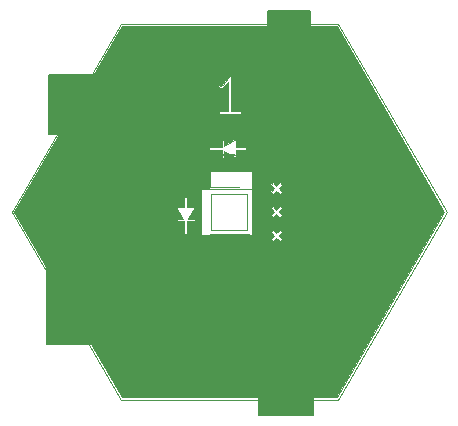
<source format=gbr>
%TF.GenerationSoftware,KiCad,Pcbnew,(6.0.8-1)-1*%
%TF.CreationDate,2022-11-30T21:42:07-05:00*%
%TF.ProjectId,Untitled,556e7469-746c-4656-942e-6b696361645f,rev?*%
%TF.SameCoordinates,Original*%
%TF.FileFunction,Legend,Top*%
%TF.FilePolarity,Positive*%
%FSLAX46Y46*%
G04 Gerber Fmt 4.6, Leading zero omitted, Abs format (unit mm)*
G04 Created by KiCad (PCBNEW (6.0.8-1)-1) date 2022-11-30 21:42:07*
%MOMM*%
%LPD*%
G01*
G04 APERTURE LIST*
%ADD10C,0.150000*%
%ADD11C,0.050000*%
%ADD12C,0.080000*%
%ADD13C,0.120000*%
G04 APERTURE END LIST*
D10*
X105500000Y-63400000D02*
X102100000Y-63400000D01*
X102100000Y-63400000D02*
X102100000Y-60000000D01*
X102100000Y-60000000D02*
X105500000Y-60000000D01*
X105500000Y-60000000D02*
X105500000Y-63400000D01*
G36*
X105500000Y-63400000D02*
G01*
X102100000Y-63400000D01*
X102100000Y-60000000D01*
X105500000Y-60000000D01*
X105500000Y-63400000D01*
G37*
X110800000Y-75200000D02*
X106300000Y-75200000D01*
X106300000Y-75200000D02*
X106300000Y-70700000D01*
X106300000Y-70700000D02*
X110800000Y-70700000D01*
X110800000Y-70700000D02*
X110800000Y-75200000D01*
G36*
X110800000Y-75200000D02*
G01*
X106300000Y-75200000D01*
X106300000Y-70700000D01*
X110800000Y-70700000D01*
X110800000Y-75200000D01*
G37*
X93500000Y-51400000D02*
X88500000Y-51400000D01*
X88500000Y-51400000D02*
X88500000Y-46400000D01*
X88500000Y-46400000D02*
X93500000Y-46400000D01*
X93500000Y-46400000D02*
X93500000Y-51400000D01*
G36*
X93500000Y-51400000D02*
G01*
X88500000Y-51400000D01*
X88500000Y-46400000D01*
X93500000Y-46400000D01*
X93500000Y-51400000D01*
G37*
X95000000Y-69200000D02*
X88300000Y-69200000D01*
X88300000Y-69200000D02*
X88300000Y-62500000D01*
X88300000Y-62500000D02*
X95000000Y-62500000D01*
X95000000Y-62500000D02*
X95000000Y-69200000D01*
G36*
X95000000Y-69200000D02*
G01*
X88300000Y-69200000D01*
X88300000Y-62500000D01*
X95000000Y-62500000D01*
X95000000Y-69200000D01*
G37*
D11*
G36*
X105650000Y-45960000D02*
G01*
X105650000Y-49750000D01*
X105900000Y-50000000D01*
X101300000Y-50000000D01*
X101300000Y-49500000D01*
X102850000Y-49500000D01*
X102850000Y-49700000D01*
X104750000Y-49700000D01*
X104750000Y-49450000D01*
X103900000Y-49450000D01*
X103900000Y-46500000D01*
X103700000Y-46500000D01*
X103600000Y-46700000D01*
X103425000Y-46975000D01*
X103175000Y-47225000D01*
X102800000Y-47425000D01*
X102875000Y-47600000D01*
X103275000Y-47400000D01*
X103575000Y-47100000D01*
X103650000Y-47000000D01*
X103650000Y-49450000D01*
X101300000Y-49450000D01*
X101315000Y-45910000D01*
X105650000Y-45960000D01*
G37*
X105650000Y-45960000D02*
X105650000Y-49750000D01*
X105900000Y-50000000D01*
X101300000Y-50000000D01*
X101300000Y-49500000D01*
X102850000Y-49500000D01*
X102850000Y-49700000D01*
X104750000Y-49700000D01*
X104750000Y-49450000D01*
X103900000Y-49450000D01*
X103900000Y-46500000D01*
X103700000Y-46500000D01*
X103600000Y-46700000D01*
X103425000Y-46975000D01*
X103175000Y-47225000D01*
X102800000Y-47425000D01*
X102875000Y-47600000D01*
X103275000Y-47400000D01*
X103575000Y-47100000D01*
X103650000Y-47000000D01*
X103650000Y-49450000D01*
X101300000Y-49450000D01*
X101315000Y-45910000D01*
X105650000Y-45960000D01*
D10*
X107000000Y-41000000D02*
X110600000Y-41000000D01*
X110600000Y-41000000D02*
X110600000Y-44600000D01*
X110600000Y-44600000D02*
X107000000Y-44600000D01*
X107000000Y-44600000D02*
X107000000Y-41000000D01*
G36*
X107000000Y-41000000D02*
G01*
X110600000Y-41000000D01*
X110600000Y-44600000D01*
X107000000Y-44600000D01*
X107000000Y-41000000D01*
G37*
%TO.C,REF\u002A\u002A*%
X102406666Y-54222380D02*
X102073333Y-53746190D01*
X101835238Y-54222380D02*
X101835238Y-53222380D01*
X102216190Y-53222380D01*
X102311428Y-53270000D01*
X102359047Y-53317619D01*
X102406666Y-53412857D01*
X102406666Y-53555714D01*
X102359047Y-53650952D01*
X102311428Y-53698571D01*
X102216190Y-53746190D01*
X101835238Y-53746190D01*
X102835238Y-53698571D02*
X103168571Y-53698571D01*
X103311428Y-54222380D02*
X102835238Y-54222380D01*
X102835238Y-53222380D01*
X103311428Y-53222380D01*
X104073333Y-53698571D02*
X103740000Y-53698571D01*
X103740000Y-54222380D02*
X103740000Y-53222380D01*
X104216190Y-53222380D01*
X104740000Y-53222380D02*
X104740000Y-53460476D01*
X104501904Y-53365238D02*
X104740000Y-53460476D01*
X104978095Y-53365238D01*
X104597142Y-53650952D02*
X104740000Y-53460476D01*
X104882857Y-53650952D01*
X105501904Y-53222380D02*
X105501904Y-53460476D01*
X105263809Y-53365238D02*
X105501904Y-53460476D01*
X105740000Y-53365238D01*
X105359047Y-53650952D02*
X105501904Y-53460476D01*
X105644761Y-53650952D01*
G36*
X106300000Y-52725000D02*
G01*
X105200000Y-52700000D01*
X105200000Y-52550000D01*
X104300000Y-52550000D01*
X104300000Y-51850000D01*
X103300000Y-52450000D01*
X103300000Y-51950000D01*
X103100000Y-51950000D01*
X103100000Y-52550000D01*
X102000000Y-52550000D01*
X102000000Y-52750000D01*
X103100000Y-52750000D01*
X103100000Y-53450000D01*
X103300000Y-53450000D01*
X103300000Y-52850000D01*
X104300000Y-53450000D01*
X104300000Y-52750000D01*
X106300000Y-52750000D01*
X106300000Y-54550000D01*
X101900000Y-54550000D01*
X101900000Y-50650000D01*
X106300000Y-50650000D01*
X106300000Y-52725000D01*
G37*
D12*
X106300000Y-52725000D02*
X105200000Y-52700000D01*
X105200000Y-52550000D01*
X104300000Y-52550000D01*
X104300000Y-51850000D01*
X103300000Y-52450000D01*
X103300000Y-51950000D01*
X103100000Y-51950000D01*
X103100000Y-52550000D01*
X102000000Y-52550000D01*
X102000000Y-52750000D01*
X103100000Y-52750000D01*
X103100000Y-53450000D01*
X103300000Y-53450000D01*
X103300000Y-52850000D01*
X104300000Y-53450000D01*
X104300000Y-52750000D01*
X106300000Y-52750000D01*
X106300000Y-54550000D01*
X101900000Y-54550000D01*
X101900000Y-50650000D01*
X106300000Y-50650000D01*
X106300000Y-52725000D01*
D13*
X102080000Y-54465000D02*
X102080000Y-55935000D01*
X104540000Y-54465000D02*
X102080000Y-54465000D01*
X102080000Y-55935000D02*
X104540000Y-55935000D01*
X85320000Y-58010000D02*
X94540000Y-42070000D01*
X112940000Y-73950000D02*
X122160000Y-58010000D01*
X105665000Y-56085000D02*
X101315000Y-56085000D01*
X101315000Y-59935000D02*
X101315000Y-56085000D01*
X101315000Y-59935000D02*
X105665000Y-59935000D01*
X122160000Y-58010000D02*
X112940000Y-42070000D01*
X105665000Y-56085000D02*
X105665000Y-59935000D01*
X94540000Y-42070000D02*
X112940000Y-42070000D01*
X94540000Y-73950000D02*
X85320000Y-58010000D01*
X94540000Y-73950000D02*
X112940000Y-73950000D01*
X102240000Y-56510000D02*
X105240000Y-56510000D01*
X105240000Y-56510000D02*
X105240000Y-59510000D01*
X105240000Y-59510000D02*
X102240000Y-59510000D01*
X102240000Y-59510000D02*
X102240000Y-56510000D01*
X108340000Y-50710000D02*
X105690000Y-50710000D01*
X105690000Y-50710000D02*
X105690000Y-55410000D01*
X105690000Y-55410000D02*
X108340000Y-55410000D01*
X108340000Y-55410000D02*
X108340000Y-50710000D01*
G36*
X108340000Y-50710000D02*
G01*
X105690000Y-50710000D01*
X105690000Y-55410000D01*
X108340000Y-55410000D01*
X108340000Y-50710000D01*
G37*
X108340000Y-58610000D02*
X107115000Y-58610000D01*
X107115000Y-58610000D02*
X107115000Y-59410000D01*
X107115000Y-59410000D02*
X108340000Y-59410000D01*
X108340000Y-59410000D02*
X108340000Y-58610000D01*
G36*
X108340000Y-58610000D02*
G01*
X107115000Y-58610000D01*
X107115000Y-59410000D01*
X108340000Y-59410000D01*
X108340000Y-58610000D01*
G37*
X104840000Y-60010000D02*
X105690000Y-60010000D01*
X105690000Y-60010000D02*
X105690000Y-60585000D01*
X105690000Y-60585000D02*
X104840000Y-60585000D01*
X104840000Y-60585000D02*
X104840000Y-60010000D01*
G36*
X104840000Y-60010000D02*
G01*
X105690000Y-60010000D01*
X105690000Y-60585000D01*
X104840000Y-60585000D01*
X104840000Y-60010000D01*
G37*
X102040000Y-56010000D02*
X101315000Y-56010000D01*
X101315000Y-56010000D02*
X101315000Y-50710000D01*
X101315000Y-50710000D02*
X102040000Y-50710000D01*
X102040000Y-50710000D02*
X102040000Y-56010000D01*
G36*
X102040000Y-56010000D02*
G01*
X101315000Y-56010000D01*
X101315000Y-50710000D01*
X102040000Y-50710000D01*
X102040000Y-56010000D01*
G37*
X107115000Y-60585000D02*
X105690000Y-60585000D01*
X105690000Y-60585000D02*
X105690000Y-55410000D01*
X105690000Y-55410000D02*
X107115000Y-55410000D01*
X107115000Y-55410000D02*
X107115000Y-60585000D01*
G36*
X107115000Y-60585000D02*
G01*
X105690000Y-60585000D01*
X105690000Y-55410000D01*
X107115000Y-55410000D01*
X107115000Y-60585000D01*
G37*
X104840000Y-63535000D02*
X108340000Y-63535000D01*
X108340000Y-63535000D02*
X108340000Y-60585000D01*
X108340000Y-60585000D02*
X104840000Y-60585000D01*
X104840000Y-60585000D02*
X104840000Y-63535000D01*
G36*
X104840000Y-63535000D02*
G01*
X108340000Y-63535000D01*
X108340000Y-60585000D01*
X104840000Y-60585000D01*
X104840000Y-63535000D01*
G37*
X98765000Y-59985000D02*
X102640000Y-59985000D01*
X102640000Y-59985000D02*
X102640000Y-63335000D01*
X102640000Y-63335000D02*
X98765000Y-63335000D01*
X98765000Y-63335000D02*
X98765000Y-59985000D01*
G36*
X98765000Y-59985000D02*
G01*
X102640000Y-59985000D01*
X102640000Y-63335000D01*
X98765000Y-63335000D01*
X98765000Y-59985000D01*
G37*
X101315000Y-49910000D02*
X108340000Y-49910000D01*
X108340000Y-49910000D02*
X108340000Y-50710000D01*
X108340000Y-50710000D02*
X101315000Y-50710000D01*
X101315000Y-50710000D02*
X101315000Y-49910000D01*
G36*
X101315000Y-49910000D02*
G01*
X108340000Y-49910000D01*
X108340000Y-50710000D01*
X101315000Y-50710000D01*
X101315000Y-49910000D01*
G37*
X101315000Y-56085000D02*
X98740000Y-56085000D01*
X98740000Y-56085000D02*
X98740000Y-45910000D01*
X98740000Y-45910000D02*
X101315000Y-45910000D01*
X101315000Y-45910000D02*
X101315000Y-56085000D01*
G36*
X101315000Y-56085000D02*
G01*
X98740000Y-56085000D01*
X98740000Y-45910000D01*
X101315000Y-45910000D01*
X101315000Y-56085000D01*
G37*
X108340000Y-57385000D02*
X107115000Y-57385000D01*
X107115000Y-57385000D02*
X107115000Y-56610000D01*
X107115000Y-56610000D02*
X108340000Y-56610000D01*
X108340000Y-56610000D02*
X108340000Y-57385000D01*
G36*
X108340000Y-57385000D02*
G01*
X107115000Y-57385000D01*
X107115000Y-56610000D01*
X108340000Y-56610000D01*
X108340000Y-57385000D01*
G37*
G36*
X103640000Y-45910000D02*
G01*
X98740000Y-46110000D01*
X98765000Y-63210000D01*
X108340000Y-63310000D01*
X108340000Y-49910000D01*
X105640000Y-49885000D01*
X105640000Y-45910000D01*
X103740000Y-45910000D01*
X103740000Y-42310000D01*
X112840000Y-42310000D01*
X121940000Y-58010000D01*
X112840000Y-73710000D01*
X94640000Y-73710000D01*
X85540000Y-58010000D01*
X94640000Y-42310000D01*
X103640000Y-42310000D01*
X103640000Y-45910000D01*
G37*
X103640000Y-45910000D02*
X98740000Y-46110000D01*
X98765000Y-63210000D01*
X108340000Y-63310000D01*
X108340000Y-49910000D01*
X105640000Y-49885000D01*
X105640000Y-45910000D01*
X103740000Y-45910000D01*
X103740000Y-42310000D01*
X112840000Y-42310000D01*
X121940000Y-58010000D01*
X112840000Y-73710000D01*
X94640000Y-73710000D01*
X85540000Y-58010000D01*
X94640000Y-42310000D01*
X103640000Y-42310000D01*
X103640000Y-45910000D01*
G36*
X108340000Y-56610000D02*
G01*
X107440000Y-56610000D01*
X107440000Y-56510000D01*
X107740000Y-56210000D01*
X108040000Y-56510000D01*
X108240000Y-56310000D01*
X107940000Y-56010000D01*
X108240000Y-55710000D01*
X108040000Y-55510000D01*
X107740000Y-55810000D01*
X107440000Y-55510000D01*
X107240000Y-55710000D01*
X107540000Y-56010000D01*
X107240000Y-56310000D01*
X107390000Y-56460000D01*
X107415000Y-56610000D01*
X107140000Y-56610000D01*
X107140000Y-55410000D01*
X108340000Y-55410000D01*
X108340000Y-56610000D01*
G37*
X108340000Y-56610000D02*
X107440000Y-56610000D01*
X107440000Y-56510000D01*
X107740000Y-56210000D01*
X108040000Y-56510000D01*
X108240000Y-56310000D01*
X107940000Y-56010000D01*
X108240000Y-55710000D01*
X108040000Y-55510000D01*
X107740000Y-55810000D01*
X107440000Y-55510000D01*
X107240000Y-55710000D01*
X107540000Y-56010000D01*
X107240000Y-56310000D01*
X107390000Y-56460000D01*
X107415000Y-56610000D01*
X107140000Y-56610000D01*
X107140000Y-55410000D01*
X108340000Y-55410000D01*
X108340000Y-56610000D01*
G36*
X101315000Y-60010000D02*
G01*
X98740000Y-60010000D01*
X98740000Y-56110000D01*
X100090000Y-56110000D01*
X100090000Y-56710000D01*
X99940000Y-56710000D01*
X99940000Y-57610000D01*
X99240000Y-57610000D01*
X99840000Y-58610000D01*
X99340000Y-58610000D01*
X99340000Y-58810000D01*
X99940000Y-58810000D01*
X99940000Y-59910000D01*
X100140000Y-59910000D01*
X100140000Y-58810000D01*
X100840000Y-58810000D01*
X100840000Y-58610000D01*
X100240000Y-58610000D01*
X100840000Y-57610000D01*
X100140000Y-57610000D01*
X100140000Y-56085000D01*
X101315000Y-56085000D01*
X101315000Y-60010000D01*
G37*
D12*
X101315000Y-60010000D02*
X98740000Y-60010000D01*
X98740000Y-56110000D01*
X100090000Y-56110000D01*
X100090000Y-56710000D01*
X99940000Y-56710000D01*
X99940000Y-57610000D01*
X99240000Y-57610000D01*
X99840000Y-58610000D01*
X99340000Y-58610000D01*
X99340000Y-58810000D01*
X99940000Y-58810000D01*
X99940000Y-59910000D01*
X100140000Y-59910000D01*
X100140000Y-58810000D01*
X100840000Y-58810000D01*
X100840000Y-58610000D01*
X100240000Y-58610000D01*
X100840000Y-57610000D01*
X100140000Y-57610000D01*
X100140000Y-56085000D01*
X101315000Y-56085000D01*
X101315000Y-60010000D01*
G36*
X108340000Y-58610000D02*
G01*
X107440000Y-58610000D01*
X107440000Y-58510000D01*
X107740000Y-58210000D01*
X108040000Y-58510000D01*
X108240000Y-58310000D01*
X107940000Y-58010000D01*
X108240000Y-57710000D01*
X108040000Y-57510000D01*
X107740000Y-57810000D01*
X107440000Y-57510000D01*
X107240000Y-57710000D01*
X107540000Y-58010000D01*
X107240000Y-58310000D01*
X107390000Y-58460000D01*
X107415000Y-58610000D01*
X107140000Y-58610000D01*
X107140000Y-57410000D01*
X108340000Y-57410000D01*
X108340000Y-58610000D01*
G37*
D13*
X108340000Y-58610000D02*
X107440000Y-58610000D01*
X107440000Y-58510000D01*
X107740000Y-58210000D01*
X108040000Y-58510000D01*
X108240000Y-58310000D01*
X107940000Y-58010000D01*
X108240000Y-57710000D01*
X108040000Y-57510000D01*
X107740000Y-57810000D01*
X107440000Y-57510000D01*
X107240000Y-57710000D01*
X107540000Y-58010000D01*
X107240000Y-58310000D01*
X107390000Y-58460000D01*
X107415000Y-58610000D01*
X107140000Y-58610000D01*
X107140000Y-57410000D01*
X108340000Y-57410000D01*
X108340000Y-58610000D01*
G36*
X108340000Y-60610000D02*
G01*
X107440000Y-60610000D01*
X107440000Y-60510000D01*
X107740000Y-60210000D01*
X108040000Y-60510000D01*
X108240000Y-60310000D01*
X107940000Y-60010000D01*
X108240000Y-59710000D01*
X108040000Y-59510000D01*
X107740000Y-59810000D01*
X107440000Y-59510000D01*
X107240000Y-59710000D01*
X107540000Y-60010000D01*
X107240000Y-60310000D01*
X107390000Y-60460000D01*
X107415000Y-60610000D01*
X107140000Y-60610000D01*
X107140000Y-59410000D01*
X108340000Y-59410000D01*
X108340000Y-60610000D01*
G37*
X108340000Y-60610000D02*
X107440000Y-60610000D01*
X107440000Y-60510000D01*
X107740000Y-60210000D01*
X108040000Y-60510000D01*
X108240000Y-60310000D01*
X107940000Y-60010000D01*
X108240000Y-59710000D01*
X108040000Y-59510000D01*
X107740000Y-59810000D01*
X107440000Y-59510000D01*
X107240000Y-59710000D01*
X107540000Y-60010000D01*
X107240000Y-60310000D01*
X107390000Y-60460000D01*
X107415000Y-60610000D01*
X107140000Y-60610000D01*
X107140000Y-59410000D01*
X108340000Y-59410000D01*
X108340000Y-60610000D01*
%TD*%
M02*

</source>
